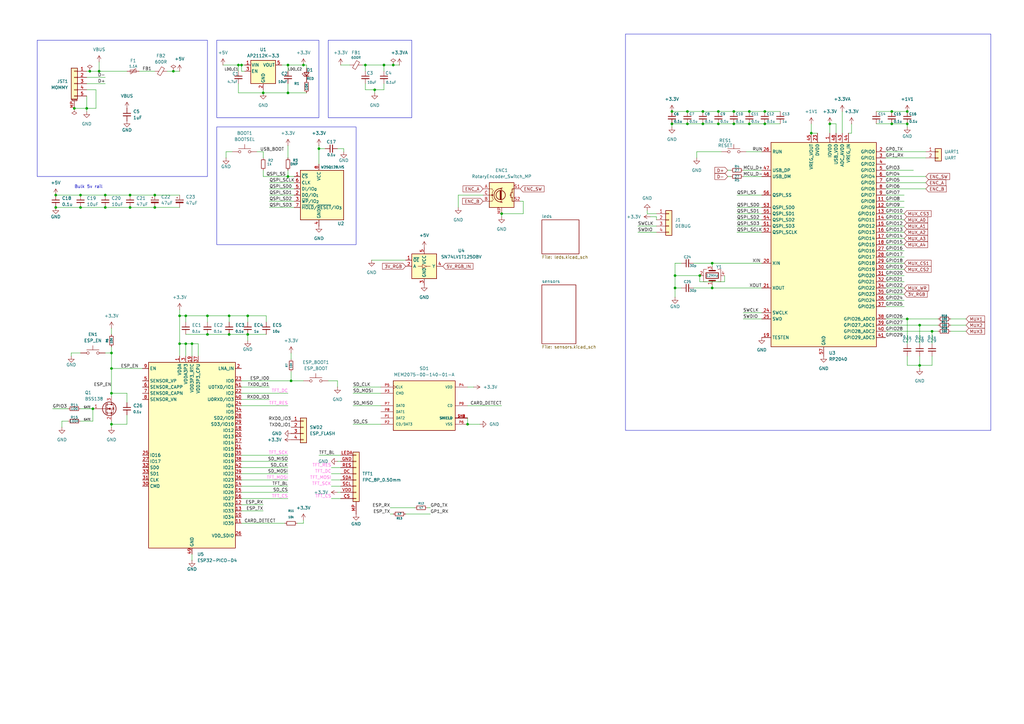
<source format=kicad_sch>
(kicad_sch (version 20250114) (generator "eeschema") (generator_version "9.0")
  (paper "A3")
  (rectangle (start 88.9 52.07) (end 146.05 100.33))
  (rectangle (start 134.62 16.51) (end 168.91 48.26))
  (rectangle (start 88.9 16.51) (end 130.81 48.26))
  (rectangle (start 15.24 16.51) (end 85.09 72.39))
  (rectangle (start 256.54 13.97) (end 406.4 176.53))
  (text "Bulk 5v rail" (at 36.322 76.708 0) (effects (font (size 1.27 1.27))))
  (junction (at 63.5 85.09))
  (junction (at 118.11 38.1))
  (junction (at 33.02 85.09))
  (junction (at 45.72 173.99))
  (junction (at 365.76 50.8))
  (junction (at 93.98 129.54))
  (junction (at 377.19 133.35))
  (junction (at 119.38 156.21))
  (junction (at 43.18 80.01))
  (junction (at 38.1 167.64))
  (junction (at 43.18 85.09))
  (junction (at 76.2 129.54))
  (junction (at 36.83 29.21))
  (junction (at 76.2 140.97))
  (junction (at 93.98 137.16))
  (junction (at 35.56 44.45))
  (junction (at 332.74 54.61))
  (junction (at 294.64 50.8))
  (junction (at 372.11 45.72))
  (junction (at 292.1 118.11))
  (junction (at 288.29 45.72))
  (junction (at 101.6 137.16))
  (junction (at 73.66 140.97))
  (junction (at 365.76 45.72))
  (junction (at 124.46 26.67))
  (junction (at 45.72 144.78))
  (junction (at 45.72 161.29))
  (junction (at 275.59 45.72))
  (junction (at 33.02 80.01))
  (junction (at 99.06 26.67))
  (junction (at 73.66 129.54))
  (junction (at 45.72 151.13))
  (junction (at 157.48 26.67))
  (junction (at 191.77 173.99))
  (junction (at 97.79 26.67))
  (junction (at 107.95 38.1))
  (junction (at 287.02 113.03))
  (junction (at 276.86 118.11))
  (junction (at 300.99 50.8))
  (junction (at 281.94 50.8))
  (junction (at 294.64 45.72))
  (junction (at 313.69 50.8))
  (junction (at 288.29 50.8))
  (junction (at 372.11 50.8))
  (junction (at 149.86 26.67))
  (junction (at 118.11 26.67))
  (junction (at 307.34 45.72))
  (junction (at 275.59 50.8))
  (junction (at 313.69 45.72))
  (junction (at 85.09 137.16))
  (junction (at 300.99 45.72))
  (junction (at 153.67 36.83))
  (junction (at 53.34 85.09))
  (junction (at 53.34 80.01))
  (junction (at 292.1 107.95))
  (junction (at 377.19 149.86))
  (junction (at 101.6 129.54))
  (junction (at 78.74 140.97))
  (junction (at 71.12 29.21))
  (junction (at 276.86 113.03))
  (junction (at 118.11 72.39))
  (junction (at 161.29 26.67))
  (junction (at 307.34 50.8))
  (junction (at 63.5 80.01))
  (junction (at 85.09 129.54))
  (junction (at 340.36 50.8))
  (junction (at 281.94 45.72))
  (junction (at 22.86 80.01))
  (junction (at 30.48 44.45))
  (junction (at 382.27 135.89))
  (junction (at 40.64 29.21))
  (junction (at 22.86 85.09))
  (junction (at 205.74 87.63))
  (junction (at 372.11 130.81))
  (junction (at 130.81 60.96))
  (wire (pts (xy 99.06 209.55) (xy 107.95 209.55)))
  (wire (pts (xy 363.22 64.77) (xy 379.73 64.77)))
  (wire (pts (xy 130.81 59.69) (xy 130.81 60.96)))
  (wire (pts (xy 302.26 92.71) (xy 312.42 92.71)))
  (wire (pts (xy 91.44 26.67) (xy 97.79 26.67)))
  (wire (pts (xy 130.81 60.96) (xy 133.35 60.96)))
  (wire (pts (xy 157.48 34.29) (xy 157.48 36.83)))
  (wire (pts (xy 118.11 34.29) (xy 118.11 38.1)))
  (wire (pts (xy 275.59 45.72) (xy 281.94 45.72)))
  (wire (pts (xy 107.95 69.85) (xy 107.95 72.39)))
  (wire (pts (xy 99.06 156.21) (xy 119.38 156.21)))
  (wire (pts (xy 109.22 129.54) (xy 109.22 132.08)))
  (wire (pts (xy 266.7 88.9) (xy 269.24 88.9)))
  (wire (pts (xy 118.11 72.39) (xy 120.65 72.39)))
  (wire (pts (xy 149.86 36.83) (xy 153.67 36.83)))
  (wire (pts (xy 52.07 161.29) (xy 52.07 165.1)))
  (wire (pts (xy 157.48 26.67) (xy 157.48 29.21)))
  (wire (pts (xy 43.18 34.29) (xy 35.56 34.29)))
  (wire (pts (xy 63.5 85.09) (xy 73.66 85.09)))
  (wire (pts (xy 76.2 140.97) (xy 78.74 140.97)))
  (wire (pts (xy 292.1 118.11) (xy 292.1 116.84)))
  (wire (pts (xy 156.21 173.99) (xy 144.78 173.99)))
  (wire (pts (xy 288.29 45.72) (xy 294.64 45.72)))
  (wire (pts (xy 298.45 72.39) (xy 299.72 72.39)))
  (wire (pts (xy 191.77 171.45) (xy 191.77 173.99)))
  (wire (pts (xy 99.06 214.63) (xy 116.84 214.63)))
  (wire (pts (xy 33.02 172.72) (xy 38.1 172.72)))
  (wire (pts (xy 118.11 69.85) (xy 118.11 72.39)))
  (wire (pts (xy 340.36 50.8) (xy 340.36 54.61)))
  (wire (pts (xy 214.63 87.63) (xy 214.63 82.55)))
  (wire (pts (xy 372.11 149.86) (xy 377.19 149.86)))
  (wire (pts (xy 349.25 54.61) (xy 347.98 54.61)))
  (wire (pts (xy 45.72 142.24) (xy 45.72 144.78)))
  (wire (pts (xy 382.27 146.05) (xy 382.27 149.86)))
  (wire (pts (xy 363.22 110.49) (xy 370.84 110.49)))
  (wire (pts (xy 363.22 102.87) (xy 370.84 102.87)))
  (wire (pts (xy 97.79 34.29) (xy 97.79 38.1)))
  (wire (pts (xy 38.1 172.72) (xy 38.1 167.64)))
  (wire (pts (xy 35.56 44.45) (xy 30.48 44.45)))
  (wire (pts (xy 45.72 173.99) (xy 45.72 175.26)))
  (wire (pts (xy 302.26 90.17) (xy 312.42 90.17)))
  (wire (pts (xy 25.4 175.26) (xy 25.4 172.72)))
  (wire (pts (xy 99.06 161.29) (xy 118.11 161.29)))
  (wire (pts (xy 187.96 85.09) (xy 187.96 80.01)))
  (wire (pts (xy 97.79 38.1) (xy 107.95 38.1)))
  (wire (pts (xy 29.21 144.78) (xy 33.02 144.78)))
  (wire (pts (xy 359.41 45.72) (xy 365.76 45.72)))
  (wire (pts (xy 363.22 72.39) (xy 379.73 72.39)))
  (wire (pts (xy 99.06 186.69) (xy 118.11 186.69)))
  (wire (pts (xy 276.86 107.95) (xy 279.4 107.95)))
  (wire (pts (xy 25.4 172.72) (xy 27.94 172.72)))
  (wire (pts (xy 115.57 26.67) (xy 118.11 26.67)))
  (wire (pts (xy 76.2 137.16) (xy 85.09 137.16)))
  (wire (pts (xy 359.41 50.8) (xy 365.76 50.8)))
  (wire (pts (xy 265.43 87.63) (xy 269.24 87.63)))
  (wire (pts (xy 281.94 50.8) (xy 288.29 50.8)))
  (wire (pts (xy 377.19 149.86) (xy 377.19 146.05)))
  (wire (pts (xy 43.18 85.09) (xy 53.34 85.09)))
  (wire (pts (xy 144.78 158.75) (xy 156.21 158.75)))
  (wire (pts (xy 85.09 129.54) (xy 93.98 129.54)))
  (wire (pts (xy 261.62 95.25) (xy 269.24 95.25)))
  (wire (pts (xy 287.02 115.57) (xy 297.18 115.57)))
  (wire (pts (xy 101.6 137.16) (xy 93.98 137.16)))
  (wire (pts (xy 110.49 74.93) (xy 120.65 74.93)))
  (wire (pts (xy 125.73 26.67) (xy 125.73 27.94)))
  (wire (pts (xy 276.86 107.95) (xy 276.86 113.03)))
  (wire (pts (xy 22.86 80.01) (xy 33.02 80.01)))
  (wire (pts (xy 363.22 125.73) (xy 370.84 125.73)))
  (wire (pts (xy 40.64 29.21) (xy 52.07 29.21)))
  (wire (pts (xy 45.72 144.78) (xy 45.72 151.13)))
  (wire (pts (xy 119.38 144.78) (xy 119.38 147.32)))
  (wire (pts (xy 139.7 26.67) (xy 143.51 26.67)))
  (wire (pts (xy 149.86 26.67) (xy 149.86 29.21)))
  (wire (pts (xy 292.1 109.22) (xy 292.1 107.95)))
  (wire (pts (xy 300.99 50.8) (xy 307.34 50.8)))
  (wire (pts (xy 302.26 95.25) (xy 312.42 95.25)))
  (wire (pts (xy 363.22 120.65) (xy 370.84 120.65)))
  (wire (pts (xy 35.56 45.72) (xy 35.56 44.45)))
  (wire (pts (xy 175.26 208.28) (xy 176.53 208.28)))
  (wire (pts (xy 284.48 107.95) (xy 292.1 107.95)))
  (wire (pts (xy 95.25 62.23) (xy 92.71 62.23)))
  (wire (pts (xy 377.19 133.35) (xy 384.81 133.35)))
  (wire (pts (xy 377.19 149.86) (xy 377.19 151.13)))
  (wire (pts (xy 76.2 140.97) (xy 73.66 140.97)))
  (wire (pts (xy 76.2 140.97) (xy 76.2 146.05)))
  (wire (pts (xy 33.02 85.09) (xy 43.18 85.09)))
  (wire (pts (xy 205.74 87.63) (xy 214.63 87.63)))
  (wire (pts (xy 78.74 140.97) (xy 81.28 140.97)))
  (wire (pts (xy 276.86 118.11) (xy 276.86 121.92)))
  (wire (pts (xy 43.18 31.75) (xy 35.56 31.75)))
  (wire (pts (xy 372.11 130.81) (xy 372.11 140.97)))
  (wire (pts (xy 302.26 87.63) (xy 312.42 87.63)))
  (wire (pts (xy 363.22 74.93) (xy 379.73 74.93)))
  (wire (pts (xy 382.27 135.89) (xy 384.81 135.89)))
  (wire (pts (xy 68.58 29.21) (xy 71.12 29.21)))
  (wire (pts (xy 153.67 38.1) (xy 153.67 36.83)))
  (wire (pts (xy 78.74 229.87) (xy 78.74 227.33)))
  (wire (pts (xy 73.66 127) (xy 73.66 129.54)))
  (wire (pts (xy 36.83 29.21) (xy 35.56 29.21)))
  (wire (pts (xy 363.22 123.19) (xy 370.84 123.19)))
  (wire (pts (xy 99.06 163.83) (xy 110.49 163.83)))
  (wire (pts (xy 52.07 170.18) (xy 52.07 173.99)))
  (wire (pts (xy 99.06 158.75) (xy 110.49 158.75)))
  (wire (pts (xy 389.89 130.81) (xy 396.24 130.81)))
  (wire (pts (xy 71.12 29.21) (xy 73.66 29.21)))
  (wire (pts (xy 124.46 213.36) (xy 124.46 214.63)))
  (wire (pts (xy 349.25 50.8) (xy 349.25 54.61)))
  (wire (pts (xy 99.06 204.47) (xy 118.11 204.47)))
  (wire (pts (xy 281.94 45.72) (xy 288.29 45.72)))
  (wire (pts (xy 85.09 132.08) (xy 85.09 129.54)))
  (wire (pts (xy 130.81 60.96) (xy 130.81 67.31)))
  (wire (pts (xy 365.76 45.72) (xy 372.11 45.72)))
  (wire (pts (xy 149.86 34.29) (xy 149.86 36.83)))
  (wire (pts (xy 275.59 50.8) (xy 275.59 52.07)))
  (wire (pts (xy 389.89 133.35) (xy 396.24 133.35)))
  (wire (pts (xy 363.22 85.09) (xy 370.84 85.09)))
  (wire (pts (xy 110.49 77.47) (xy 120.65 77.47)))
  (wire (pts (xy 110.49 85.09) (xy 120.65 85.09)))
  (wire (pts (xy 276.86 113.03) (xy 276.86 118.11)))
  (wire (pts (xy 43.18 144.78) (xy 45.72 144.78)))
  (wire (pts (xy 118.11 38.1) (xy 107.95 38.1)))
  (wire (pts (xy 118.11 59.69) (xy 118.11 64.77)))
  (wire (pts (xy 40.64 25.4) (xy 40.64 29.21)))
  (wire (pts (xy 363.22 69.85) (xy 374.65 69.85)))
  (wire (pts (xy 153.67 36.83) (xy 157.48 36.83)))
  (wire (pts (xy 45.72 172.72) (xy 45.72 173.99)))
  (wire (pts (xy 97.79 26.67) (xy 99.06 26.67)))
  (wire (pts (xy 45.72 151.13) (xy 45.72 161.29)))
  (wire (pts (xy 76.2 129.54) (xy 76.2 132.08)))
  (wire (pts (xy 294.64 45.72) (xy 300.99 45.72)))
  (wire (pts (xy 149.86 26.67) (xy 157.48 26.67)))
  (wire (pts (xy 187.96 80.01) (xy 198.12 80.01)))
  (wire (pts (xy 363.22 100.33) (xy 370.84 100.33)))
  (wire (pts (xy 363.22 130.81) (xy 372.11 130.81)))
  (wire (pts (xy 194.31 158.75) (xy 191.77 158.75)))
  (wire (pts (xy 99.06 194.31) (xy 118.11 194.31)))
  (wire (pts (xy 99.06 196.85) (xy 118.11 196.85)))
  (wire (pts (xy 99.06 166.37) (xy 118.11 166.37)))
  (wire (pts (xy 152.4 106.68) (xy 166.37 106.68)))
  (wire (pts (xy 138.43 156.21) (xy 134.62 156.21)))
  (wire (pts (xy 160.02 210.82) (xy 161.29 210.82)))
  (wire (pts (xy 93.98 129.54) (xy 101.6 129.54)))
  (wire (pts (xy 332.74 50.8) (xy 332.74 54.61)))
  (wire (pts (xy 33.02 80.01) (xy 43.18 80.01)))
  (wire (pts (xy 265.43 86.36) (xy 265.43 87.63)))
  (wire (pts (xy 363.22 107.95) (xy 370.84 107.95)))
  (wire (pts (xy 372.11 52.07) (xy 372.11 50.8)))
  (wire (pts (xy 53.34 85.09) (xy 63.5 85.09)))
  (wire (pts (xy 119.38 156.21) (xy 124.46 156.21)))
  (wire (pts (xy 76.2 129.54) (xy 85.09 129.54)))
  (wire (pts (xy 101.6 137.16) (xy 109.22 137.16)))
  (wire (pts (xy 363.22 80.01) (xy 370.84 80.01)))
  (wire (pts (xy 276.86 113.03) (xy 287.02 113.03)))
  (wire (pts (xy 119.38 152.4) (xy 119.38 156.21)))
  (wire (pts (xy 363.22 115.57) (xy 370.84 115.57)))
  (wire (pts (xy 39.37 36.83) (xy 39.37 44.45)))
  (wire (pts (xy 138.43 156.21) (xy 138.43 158.75)))
  (wire (pts (xy 161.29 26.67) (xy 163.83 26.67)))
  (wire (pts (xy 292.1 118.11) (xy 312.42 118.11)))
  (wire (pts (xy 160.02 208.28) (xy 170.18 208.28)))
  (wire (pts (xy 287.02 113.03) (xy 287.02 115.57)))
  (wire (pts (xy 144.78 161.29) (xy 156.21 161.29)))
  (wire (pts (xy 377.19 133.35) (xy 377.19 140.97)))
  (wire (pts (xy 135.89 196.85) (xy 139.7 196.85)))
  (wire (pts (xy 342.9 50.8) (xy 342.9 54.61)))
  (wire (pts (xy 73.66 129.54) (xy 76.2 129.54)))
  (wire (pts (xy 294.64 50.8) (xy 300.99 50.8)))
  (wire (pts (xy 99.06 207.01) (xy 107.95 207.01)))
  (wire (pts (xy 33.02 167.64) (xy 38.1 167.64)))
  (wire (pts (xy 372.11 50.8) (xy 365.76 50.8)))
  (wire (pts (xy 101.6 129.54) (xy 109.22 129.54)))
  (wire (pts (xy 285.75 62.23) (xy 295.91 62.23)))
  (wire (pts (xy 100.33 29.21) (xy 99.06 29.21)))
  (wire (pts (xy 288.29 50.8) (xy 294.64 50.8)))
  (wire (pts (xy 57.15 29.21) (xy 63.5 29.21)))
  (wire (pts (xy 275.59 50.8) (xy 281.94 50.8)))
  (wire (pts (xy 140.97 60.96) (xy 138.43 60.96)))
  (wire (pts (xy 298.45 69.85) (xy 299.72 69.85)))
  (wire (pts (xy 21.59 167.64) (xy 27.94 167.64)))
  (wire (pts (xy 138.43 189.23) (xy 139.7 189.23)))
  (wire (pts (xy 363.22 77.47) (xy 379.73 77.47)))
  (wire (pts (xy 372.11 130.81) (xy 384.81 130.81)))
  (wire (pts (xy 389.89 135.89) (xy 396.24 135.89)))
  (wire (pts (xy 85.09 137.16) (xy 93.98 137.16)))
  (wire (pts (xy 304.8 72.39) (xy 312.42 72.39)))
  (wire (pts (xy 372.11 146.05) (xy 372.11 149.86)))
  (wire (pts (xy 99.06 201.93) (xy 118.11 201.93)))
  (wire (pts (xy 43.18 80.01) (xy 53.34 80.01)))
  (wire (pts (xy 363.22 92.71) (xy 370.84 92.71)))
  (wire (pts (xy 363.22 82.55) (xy 370.84 82.55)))
  (wire (pts (xy 39.37 44.45) (xy 35.56 44.45)))
  (wire (pts (xy 35.56 39.37) (xy 35.56 44.45)))
  (wire (pts (xy 340.36 50.8) (xy 342.9 50.8)))
  (wire (pts (xy 63.5 80.01) (xy 73.66 80.01)))
  (wire (pts (xy 138.43 201.93) (xy 139.7 201.93)))
  (wire (pts (xy 313.69 45.72) (xy 320.04 45.72)))
  (wire (pts (xy 73.66 129.54) (xy 73.66 140.97)))
  (wire (pts (xy 269.24 88.9) (xy 269.24 90.17)))
  (wire (pts (xy 313.69 50.8) (xy 320.04 50.8)))
  (wire (pts (xy 191.77 166.37) (xy 205.74 166.37)))
  (wire (pts (xy 99.06 199.39) (xy 118.11 199.39)))
  (wire (pts (xy 101.6 129.54) (xy 101.6 132.08)))
  (wire (pts (xy 36.83 29.21) (xy 40.64 29.21)))
  (wire (pts (xy 92.71 62.23) (xy 92.71 64.77)))
  (wire (pts (xy 78.74 140.97) (xy 78.74 146.05)))
  (wire (pts (xy 124.46 26.67) (xy 125.73 26.67)))
  (wire (pts (xy 285.75 64.77) (xy 285.75 62.23)))
  (wire (pts (xy 166.37 210.82) (xy 176.53 210.82)))
  (wire (pts (xy 93.98 129.54) (xy 93.98 132.08)))
  (wire (pts (xy 363.22 90.17) (xy 370.84 90.17)))
  (wire (pts (xy 35.56 36.83) (xy 39.37 36.83)))
  (wire (pts (xy 363.22 62.23) (xy 379.73 62.23)))
  (wire (pts (xy 105.41 62.23) (xy 107.95 62.23)))
  (wire (pts (xy 135.89 191.77) (xy 139.7 191.77)))
  (wire (pts (xy 300.99 45.72) (xy 307.34 45.72)))
  (wire (pts (xy 97.79 29.21) (xy 97.79 26.67)))
  (wire (pts (xy 135.89 204.47) (xy 139.7 204.47)))
  (wire (pts (xy 261.62 92.71) (xy 269.24 92.71)))
  (wire (pts (xy 363.22 118.11) (xy 370.84 118.11)))
  (wire (pts (xy 307.34 45.72) (xy 313.69 45.72)))
  (wire (pts (xy 276.86 118.11) (xy 279.4 118.11)))
  (wire (pts (xy 304.8 69.85) (xy 312.42 69.85)))
  (wire (pts (xy 107.95 64.77) (xy 107.95 62.23)))
  (wire (pts (xy 99.06 189.23) (xy 118.11 189.23)))
  (wire (pts (xy 307.34 50.8) (xy 313.69 50.8)))
  (wire (pts (xy 345.44 45.72) (xy 345.44 54.61)))
  (wire (pts (xy 125.73 38.1) (xy 118.11 38.1)))
  (wire (pts (xy 363.22 135.89) (xy 382.27 135.89)))
  (wire (pts (xy 292.1 107.95) (xy 312.42 107.95)))
  (wire (pts (xy 135.89 194.31) (xy 139.7 194.31)))
  (wire (pts (xy 99.06 29.21) (xy 99.06 26.67)))
  (wire (pts (xy 304.8 128.27) (xy 312.42 128.27)))
  (wire (pts (xy 144.78 166.37) (xy 156.21 166.37)))
  (wire (pts (xy 118.11 26.67) (xy 124.46 26.67)))
  (wire (pts (xy 382.27 149.86) (xy 377.19 149.86)))
  (wire (pts (xy 157.48 26.67) (xy 161.29 26.67)))
  (wire (pts (xy 332.74 54.61) (xy 335.28 54.61)))
  (wire (pts (xy 196.85 173.99) (xy 191.77 173.99)))
  (wire (pts (xy 140.97 62.23) (xy 140.97 60.96)))
  (wire (pts (xy 118.11 29.21) (xy 118.11 26.67)))
  (wire (pts (xy 363.22 97.79) (xy 370.84 97.79)))
  (wire (pts (xy 363.22 113.03) (xy 370.84 113.03)))
  (wire (pts (xy 99.06 191.77) (xy 118.11 191.77)))
  (wire (pts (xy 45.72 134.62) (xy 45.72 137.16)))
  (wire (pts (xy 107.95 72.39) (xy 118.11 72.39)))
  (wire (pts (xy 22.86 85.09) (xy 33.02 85.09)))
  (wire (pts (xy 52.07 173.99) (xy 45.72 173.99)))
  (wire (pts (xy 135.89 199.39) (xy 139.7 199.39)))
  (wire (pts (xy 363.22 87.63) (xy 370.84 87.63)))
  (wire (pts (xy 302.26 85.09) (xy 312.42 85.09)))
  (wire (pts (xy 45.72 161.29) (xy 45.72 162.56)))
  (wire (pts (xy 99.06 26.67) (xy 100.33 26.67)))
  (wire (pts (xy 205.74 88.9) (xy 205.74 87.63)))
  (wire (pts (xy 306.07 62.23) (xy 312.42 62.23)))
  (wire (pts (xy 382.27 135.89) (xy 382.27 140.97)))
  (wire (pts (xy 45.72 161.29) (xy 52.07 161.29)))
  (wire (pts (xy 73.66 140.97) (xy 73.66 146.05)))
  (wire (pts (xy 363.22 133.35) (xy 377.19 133.35)))
  (wire (pts (xy 363.22 95.25) (xy 370.84 95.25)))
  (wire (pts (xy 110.49 80.01) (xy 120.65 80.01)))
  (wire (pts (xy 107.95 36.83) (xy 107.95 38.1)))
  (wire (pts (xy 302.26 80.01) (xy 312.42 80.01)))
  (wire (pts (xy 297.18 113.03) (xy 297.18 115.57)))
  (wire (pts (xy 121.92 214.63) (xy 124.46 214.63)))
  (wire (pts (xy 284.48 118.11) (xy 292.1 118.11)))
  (wire (pts (xy 53.34 80.01) (xy 63.5 80.01)))
  (wire (pts (xy 148.59 26.67) (xy 149.86 26.67)))
  (wire (pts (xy 130.81 186.69) (xy 139.7 186.69)))
  (wire (pts (xy 110.49 82.55) (xy 120.65 82.55)))
  (wire (pts (xy 45.72 151.13) (xy 58.42 151.13)))
  (wire (pts (xy 81.28 140.97) (xy 81.28 146.05)))
  (wire (pts (xy 304.8 130.81) (xy 312.42 130.81)))
  (wire (pts (xy 29.21 146.05) (xy 29.21 144.78)))
  (wire (pts (xy 214.63 82.55) (xy 213.36 82.55)))
  (wire (pts (xy 101.6 137.16) (xy 101.6 139.7)))
  (wire (pts (xy 363.22 105.41) (xy 370.84 105.41)))
  (label "RXD0_IO3" (at 119.38 172.72 180))
  (label "GPIO23" (at 363.22 120.65 0))
  (label "USB_BOOT" (at 106.68 62.23 0))
  (label "GPIO19" (at 363.22 110.49 0))
  (label "RXD0_IO3" (at 110.49 163.83 180))
  (label "FB1" (at 58.42 29.21 0))
  (label "QSPI_SS" (at 109.22 72.39 0))
  (label "ESP_RX" (at 107.95 207.01 180))
  (label "ESP_TX" (at 107.95 209.55 180))
  (label "GP0_TX" (at 363.22 62.23 0))
  (label "GPIO3" (at 21.59 167.64 0))
  (label "GATE" (at 34.29 172.72 0) (effects (font (size 0.8 0.8))))
  (label "SD_MOSI" (at 144.78 161.29 0))
  (label "GPIO6" (at 363.22 77.47 0))
  (label "SD_MISO" (at 118.11 189.23 180))
  (label "TXD0_IO1" (at 119.38 175.26 180))
  (label "TFT_BL" (at 130.81 186.69 0))
  (label "LDO_C2" (at 118.11 29.21 0) (effects (font (size 1 1))))
  (label "QSPI_SD2" (at 302.26 90.17 0))
  (label "TFT_DC" (at 135.89 194.31 180))
  (label "QSPI_SCLK" (at 110.49 74.93 0))
  (label "GPIO24" (at 363.22 123.19 0))
  (label "ESP_TX" (at 160.02 210.82 180))
  (label "GPIO22" (at 363.22 118.11 0))
  (label "QSPI_SD3" (at 302.26 92.71 0))
  (label "LDO_C1" (at 97.79 29.21 180) (effects (font (size 1 1))))
  (label "GPIO16" (at 363.22 102.87 0))
  (label "SWDIO" (at 261.62 95.25 0))
  (label "SWCLK" (at 261.62 92.71 0))
  (label "TFT_MOSI" (at 135.89 196.85 180))
  (label "QSPI_SD1" (at 302.26 87.63 0))
  (label "TFT_DC" (at 118.11 161.29 180))
  (label "GPIO26" (at 363.22 130.81 0))
  (label "ESP_IO0" (at 110.49 156.21 180))
  (label "GPIO10" (at 363.22 87.63 0))
  (label "GPIO28" (at 363.22 135.89 0))
  (label "GPIO5" (at 363.22 74.93 0))
  (label "TFT_CS" (at 135.89 204.47 180))
  (label "SWDIO" (at 304.8 130.81 0))
  (label "QSPI_SD1" (at 110.49 80.01 0))
  (label "D-" (at 43.18 31.75 180))
  (label "GATE" (at 34.29 167.64 0) (effects (font (size 0.8 0.8))))
  (label "QSPI_SD0" (at 110.49 77.47 0))
  (label "ESP_EN" (at 45.72 158.75 180))
  (label "QSPI_SS" (at 302.26 80.01 0))
  (label "SD_CS" (at 118.11 201.93 180))
  (label "QSPI_SD3" (at 110.49 85.09 0))
  (label "CARD_DETECT" (at 113.03 214.63 180))
  (label "TFT_RES" (at 135.89 191.77 180))
  (label "TFT_SCK" (at 118.11 186.69 180))
  (label "GPIO18" (at 363.22 107.95 0))
  (label "TFT_BL" (at 118.11 199.39 180))
  (label "GP1_RX" (at 363.22 64.77 0))
  (label "SD_CS" (at 144.78 173.99 0))
  (label "RUN" (at 308.61 62.23 0))
  (label "SWCLK" (at 304.8 128.27 0))
  (label "GPIO3" (at 363.22 69.85 0))
  (label "GPIO8" (at 363.22 82.55 0))
  (label "GPIO29" (at 363.22 138.43 0))
  (label "QSPI_SCLK" (at 302.26 95.25 0))
  (label "SD_MISO" (at 144.78 166.37 0))
  (label "QSPI_SD2" (at 110.49 82.55 0))
  (label "SD_CLK" (at 144.78 158.75 0))
  (label "ESP_EN" (at 49.53 151.13 0))
  (label "GPIO4" (at 363.22 72.39 0))
  (label "GPIO27" (at 363.22 133.35 0))
  (label "GPIO12" (at 363.22 92.71 0))
  (label "GPIO17" (at 363.22 105.41 0))
  (label "GP1_RX" (at 176.53 210.82 0))
  (label "GPIO11" (at 363.22 90.17 0))
  (label "GPIO9" (at 363.22 85.09 0))
  (label "QSPI_SD0" (at 302.26 85.09 0))
  (label "TXD0_IO1" (at 110.49 158.75 180))
  (label "GPIO7" (at 363.22 80.01 0))
  (label "XOUT" (at 307.34 118.11 0))
  (label "TFT_RES" (at 118.11 166.37 180))
  (label "GPIO14" (at 363.22 97.79 0))
  (label "SD_CLK" (at 118.11 191.77 180))
  (label "ESP_RX" (at 160.02 208.28 180))
  (label "GP0_TX" (at 176.53 208.28 0))
  (label "D+" (at 43.18 34.29 180))
  (label "TFT_MOSI" (at 118.11 196.85 180))
  (label "GPIO20" (at 363.22 113.03 0))
  (label "MCU_D-" (at 304.8 72.39 0))
  (label "TFT_CS" (at 118.11 204.47 180))
  (label "GPIO25" (at 363.22 125.73 0))
  (label "GPIO13" (at 363.22 95.25 0))
  (label "TFT_SCK" (at 135.89 199.39 180))
  (label "MCU_D+" (at 304.8 69.85 0))
  (label "GPIO21" (at 363.22 115.57 0))
  (label "CARD_DETECT" (at 205.74 166.37 180))
  (label "GPIO15" (at 363.22 100.33 0))
  (label "XIN" (at 308.61 107.95 0))
  (label "SD_MOSI" (at 118.11 194.31 180))
  (global_label "MUX_A2" (shape input) (at 370.84 95.25 0) (property "Intersheetrefs" "${INTERSHEET_REFS}" (effects (hide yes))))
  (global_label "MUX3" (shape input) (at 396.24 135.89 0) (property "Intersheetrefs" "${INTERSHEET_REFS}" (effects (hide yes))))
  (global_label "3V_RGB" (shape input) (at 370.84 120.65 0) (property "Intersheetrefs" "${INTERSHEET_REFS}" (effects (hide yes))))
  (global_label "MUX_A3" (shape input) (at 370.84 97.79 0) (property "Intersheetrefs" "${INTERSHEET_REFS}" (effects (hide yes))))
  (global_label "MUX_WR" (shape input) (at 370.84 118.11 0) (property "Intersheetrefs" "${INTERSHEET_REFS}" (effects (hide yes))))
  (global_label "ENC_B" (shape input) (at 379.73 77.47 0) (property "Intersheetrefs" "${INTERSHEET_REFS}" (effects (hide yes))))
  (global_label "MUX_A4" (shape input) (at 370.84 100.33 0) (property "Intersheetrefs" "${INTERSHEET_REFS}" (effects (hide yes))))
  (global_label "MUX_A0" (shape input) (at 370.84 90.17 0) (property "Intersheetrefs" "${INTERSHEET_REFS}" (effects (hide yes))))
  (global_label "D-" (shape input) (at 298.45 72.39 180) (property "Intersheetrefs" "${INTERSHEET_REFS}" (effects (hide yes))))
  (global_label "MUX1" (shape input) (at 396.24 130.81 0) (property "Intersheetrefs" "${INTERSHEET_REFS}" (effects (hide yes))))
  (global_label "ENC_SW" (shape input) (at 213.36 77.47 0) (property "Intersheetrefs" "${INTERSHEET_REFS}" (effects (hide yes))))
  (global_label "MUX_CS2" (shape input) (at 370.84 110.49 0) (property "Intersheetrefs" "${INTERSHEET_REFS}" (effects (hide yes))))
  (global_label "D+" (shape input) (at 298.45 69.85 180) (property "Intersheetrefs" "${INTERSHEET_REFS}" (effects (hide yes))))
  (global_label "MUX_CS1" (shape input) (at 370.84 107.95 0) (property "Intersheetrefs" "${INTERSHEET_REFS}" (effects (hide yes))))
  (global_label "ENC_A" (shape input) (at 198.12 77.47 180) (property "Intersheetrefs" "${INTERSHEET_REFS}" (effects (hide yes))))
  (global_label "MUX_A1" (shape input) (at 370.84 92.71 0) (property "Intersheetrefs" "${INTERSHEET_REFS}" (effects (hide yes))))
  (global_label "MUX_CS3" (shape input) (at 370.84 87.63 0) (property "Intersheetrefs" "${INTERSHEET_REFS}" (effects (hide yes))))
  (global_label "MUX2" (shape input) (at 396.24 133.35 0) (property "Intersheetrefs" "${INTERSHEET_REFS}" (effects (hide yes))))
  (global_label "5V_RGB_IN" (shape input) (at 181.61 109.22 0) (property "Intersheetrefs" "${INTERSHEET_REFS}" (effects (hide yes))))
  (global_label "ENC_A" (shape input) (at 379.73 74.93 0) (property "Intersheetrefs" "${INTERSHEET_REFS}" (effects (hide yes))))
  (global_label "ENC_B" (shape input) (at 198.12 82.55 180) (property "Intersheetrefs" "${INTERSHEET_REFS}" (effects (hide yes))))
  (global_label "ENC_SW" (shape input) (at 379.73 72.39 0) (property "Intersheetrefs" "${INTERSHEET_REFS}" (effects (hide yes))))
  (global_label "3V_RGB" (shape input) (at 166.37 109.22 180) (property "Intersheetrefs" "${INTERSHEET_REFS}" (effects (hide yes))))
  (symbol (lib_id "Device:C_Small") (at 359.41 48.26 0) (unit 1)
    (property "Reference" "C14" (at 360.172 46.736 0) (effects (font (size 1 1)) (justify left)))
    (property "Value" "1u" (at 360.172 49.784 0) (effects (font (size 1 1)) (justify left)))
    (property "Footprint" "Capacitor_SMD:C_0402_1005Metric_Pad0.74x0.62mm_HandSolder" (effects (hide yes)))
    (property "Description" "Unpolarized capacitor, small symbol" (effects (hide yes)))
  )
  (symbol (lib_id "power:+3V3") (at 119.38 144.78 0) (unit 1)
    (property "Reference" "#PWR0425" (effects (hide yes)))
    (property "Value" "+3.3V" (at 119.38 139.7 0))
    (property "Description" "Power symbol creates a global label with name \"+3V3\"" (effects (hide yes)))
  )
  (symbol (lib_id "Mars_Library:C_0603") (at 76.2 134.62 0) (unit 1)
    (property "Reference" "EC1" (at 78.74 133.3562 0) (effects (justify left)))
    (property "Value" "0.1u" (at 78.74 135.8963 0) (effects (font (size 1 1)) (justify left)))
    (property "Footprint" "Mars_Library:C_0402" (effects (hide yes)))
    (property "Description" "Unpolarized capacitor, small symbol" (effects (hide yes)))
  )
  (symbol (lib_id "power:GND") (at 29.21 146.05 0) (unit 1)
    (property "Reference" "#PWR0426" (effects (hide yes)))
    (property "Value" "GND" (at 29.21 149.606 0))
    (property "Description" "Power symbol creates a global label with name \"GND\" , ground" (effects (hide yes)))
  )
  (symbol (lib_id "Device:C_Small") (at 300.99 48.26 0) (unit 1)
    (property "Reference" "C10" (at 301.752 46.736 0) (effects (font (size 1 1)) (justify left)))
    (property "Value" "0.1u" (at 301.752 49.784 0) (effects (font (size 1 1)) (justify left)))
    (property "Footprint" "Capacitor_SMD:C_0402_1005Metric_Pad0.74x0.62mm_HandSolder" (effects (hide yes)))
    (property "Description" "Unpolarized capacitor, small symbol" (effects (hide yes)))
  )
  (symbol (lib_id "Mars_Library:C_0603") (at 109.22 134.62 0) (unit 1)
    (property "Reference" "EC5" (at 111.76 133.3562 0) (effects (justify left)))
    (property "Value" "10u" (at 111.76 135.8963 0) (effects (font (size 1 1)) (justify left)))
    (property "Footprint" "Mars_Library:C_0402" (effects (hide yes)))
    (property "Description" "Unpolarized capacitor, small symbol" (effects (hide yes)))
  )
  (symbol (lib_id "power:GND") (at 22.86 85.09 0) (unit 1)
    (property "Reference" "#PWR0379" (effects (hide yes)))
    (property "Value" "GND" (at 22.86 88.9 0))
    (property "Description" "Power symbol creates a global label with name \"GND\" , ground" (effects (hide yes)))
  )
  (symbol (lib_id "Transistor_FET:BSS138") (at 43.18 167.64 0) (unit 1)
    (property "Reference" "Q1" (at 34.798 161.036 0) (effects (justify left)))
    (property "Value" "BSS138" (at 34.798 163.576 0) (effects (justify left)))
    (property "Footprint" "Package_TO_SOT_SMD:SOT-23" (effects (hide yes)))
    (property "Datasheet" "https://www.onsemi.com/pub/Collateral/BSS138-D.PDF" (effects (hide yes)))
    (property "Description" "50V Vds, 0.22A Id, N-Channel MOSFET, SOT-23" (effects (hide yes)))
  )
  (symbol (lib_id "Device:C_Small") (at 43.18 82.55 0) (unit 1)
    (property "Reference" "C20" (at 45.72 81.2862 0) (effects (justify left)))
    (property "Value" "10uF" (at 45.72 83.8262 0) (effects (justify left)))
    (property "Footprint" "Capacitor_SMD:C_1206_3216Metric" (effects (hide yes)))
    (property "Description" "Unpolarized capacitor, small symbol" (effects (hide yes)))
  )
  (symbol (lib_id "power:GND") (at 312.42 138.43 0) (unit 1)
    (property "Reference" "#PWR0397" (effects (hide yes)))
    (property "Value" "GND" (at 312.42 143.51 0))
    (property "Description" "Power symbol creates a global label with name \"GND\" , ground" (effects (hide yes)))
  )
  (symbol (lib_id "power:GND") (at 276.86 121.92 0) (unit 1)
    (property "Reference" "#PWR0394" (effects (hide yes)))
    (property "Value" "GND" (at 276.86 125.73 0))
    (property "Description" "Power symbol creates a global label with name \"GND\" , ground" (effects (hide yes)))
  )
  (symbol (lib_id "power:+3.3V") (at 349.25 50.8 0) (unit 1)
    (property "Reference" "#PWR021" (effects (hide yes)))
    (property "Value" "+3.3V" (at 349.25 45.72 0))
    (property "Description" "Power symbol creates a global label with name \"+3.3V\"" (effects (hide yes)))
  )
  (symbol (lib_id "power:GND") (at 196.85 173.99 90) (unit 1)
    (property "Reference" "#PWR0435" (effects (hide yes)))
    (property "Value" "GND" (at 200.66 173.9899 90) (effects (justify right)))
    (property "Description" "Power symbol creates a global label with name \"GND\" , ground" (effects (hide yes)))
  )
  (symbol (lib_id "power:+3.3V") (at 124.46 26.67 0) (unit 1)
    (property "Reference" "#PWR05" (effects (hide yes)))
    (property "Value" "+3.3V" (at 124.46 21.59 0))
    (property "Description" "Power symbol creates a global label with name \"+3.3V\"" (effects (hide yes)))
  )
  (symbol (lib_id "power:GND") (at 377.19 151.13 0) (unit 1)
    (property "Reference" "#PWR0448" (effects (hide yes)))
    (property "Value" "GND" (at 377.19 156.21 0))
    (property "Description" "Power symbol creates a global label with name \"GND\" , ground" (effects (hide yes)))
  )
  (symbol (lib_id "power:GND") (at 92.71 64.77 0) (unit 1)
    (property "Reference" "#PWR027" (effects (hide yes)))
    (property "Value" "GND" (at 92.71 68.326 0))
    (property "Description" "Power symbol creates a global label with name \"GND\" , ground" (effects (hide yes)))
  )
  (symbol (lib_id "power:+3.3V") (at 275.59 45.72 0) (unit 1)
    (property "Reference" "#PWR015" (effects (hide yes)))
    (property "Value" "+3.3V" (at 275.59 40.64 0))
    (property "Description" "Power symbol creates a global label with name \"+3.3V\"" (effects (hide yes)))
  )
  (symbol (lib_id "Device:C_Small") (at 53.34 82.55 0) (unit 1)
    (property "Reference" "C21" (at 55.88 81.2862 0) (effects (justify left)))
    (property "Value" "47uF" (at 55.88 83.8262 0) (effects (justify left)))
    (property "Footprint" "Capacitor_SMD:C_1206_3216Metric" (effects (hide yes)))
    (property "Description" "Unpolarized capacitor, small symbol" (effects (hide yes)))
  )
  (symbol (lib_id "Device:RotaryEncoder_Switch_MP") (at 205.74 80.01 0) (unit 1)
    (property "Reference" "ENC1" (at 205.74 69.85 0))
    (property "Value" "RotaryEncoder_Switch_MP" (at 205.74 72.39 0))
    (property "Footprint" "PCM_4ms_Encoder:RotaryEncoder_Alps_EC11E_Vertical_H20mm_CircularMountingHoles" (effects (hide yes)))
    (property "Description" "Rotary encoder, dual channel, incremental quadrate outputs, with switch and MP Pin" (effects (hide yes)))
  )
  (symbol (lib_id "MCU_Espressif:ESP32-PICO-D4") (at 78.74 186.69 0) (unit 1)
    (property "Reference" "U5" (at 80.8833 227.33 0) (effects (justify left)))
    (property "Value" "ESP32-PICO-D4" (at 80.8833 229.87 0) (effects (justify left)))
    (property "Footprint" "Package_DFN_QFN:QFN-48-1EP_7x7mm_P0.5mm_EP5.3x5.3mm" (effects (hide yes)))
    (property "Datasheet" "https://www.espressif.com/sites/default/files/documentation/esp32-pico_series_datasheet_en.pdf" (effects (hide yes)))
    (property "Description" "RF Module, ESP32 SoC, 4MB In-Package flash, Wi-Fi 802.11b/g/n, Bluetooth, BLE, 32-bit, 3.0-3.6V, external antenna, QFN-48" (effects (hide yes)))
  )
  (symbol (lib_id "power:GND") (at 372.11 52.07 0) (unit 1)
    (property "Reference" "#PWR023" (effects (hide yes)))
    (property "Value" "GND" (at 372.11 55.88 0))
    (property "Description" "Power symbol creates a global label with name \"GND\" , ground" (effects (hide yes)))
  )
  (symbol (lib_id "PCM_4ms_Connector:Conn_01x04") (at 274.32 90.17 0) (unit 1)
    (property "Reference" "J1" (at 276.86 90.1699 0) (effects (justify left)))
    (property "Value" "DEBUG" (at 276.86 92.7099 0) (effects (justify left)))
    (property "Footprint" "Mars_Library:DebugPinHeader_1x04_P2.54mm" (effects (hide yes)))
    (property "Description" "HEADER 1x4 MALE PINS 0.100” 180deg" (effects (hide yes)))
    (property "Specifications" "HEADER 1x4 MALE PINS 0.100” 180deg" (effects (hide yes)))
    (property "Manufacturer" "TAD" (effects (hide yes)))
    (property "Part Number" "1-0401FBV0T" (effects (hide yes)))
  )
  (symbol (lib_id "Device:FerriteBead_Small") (at 146.05 26.67 90) (unit 1)
    (property "Reference" "FB1" (at 146.05 21.59 90))
    (property "Value" "600R" (at 146.05 23.622 90) (effects (font (size 1 1))))
    (property "Footprint" "PCM_Ferrite_SMD_Handsoldering_AKL:Ferrite_0805_2012Metric_Pad1.05x1.20mm_BigPads" (effects (hide yes)))
    (property "Description" "Ferrite bead, small symbol" (effects (hide yes)))
  )
  (symbol (lib_id "Logic_LevelTranslator:SN74LV1T125DBV") (at 173.99 109.22 0) (unit 1)
    (property "Reference" "U4" (at 189.23 102.7998 0))
    (property "Value" "SN74LV1T125DBV" (at 189.23 105.3398 0))
    (property "Footprint" "Package_TO_SOT_SMD:SOT-23-5" (effects (hide yes)))
    (property "Datasheet" "https://www.ti.com/lit/ds/symlink/sn74lv1t125.pdf" (effects (hide yes)))
    (property "Description" "Single Power Supply, Single Buffer Gate with 3-State Output, CMOS Logic Level Shifter Level Shifter, SOT-23-5" (effects (hide yes)))
  )
  (symbol (lib_id "power:VBUS") (at 40.64 25.4 0) (unit 1)
    (property "Reference" "#PWR02" (effects (hide yes)))
    (property "Value" "VBUS" (at 40.64 20.32 0))
    (property "Description" "Power symbol creates a global label with name \"VBUS\"" (effects (hide yes)))
  )
  (symbol (lib_id "Device:C_Small") (at 22.86 82.55 0) (unit 1)
    (property "Reference" "C18" (at 25.4 81.2862 0) (effects (justify left)))
    (property "Value" "0.1u" (at 25.4 83.8262 0) (effects (justify left)))
    (property "Footprint" "Capacitor_SMD:C_1206_3216Metric" (effects (hide yes)))
    (property "Description" "Unpolarized capacitor, small symbol" (effects (hide yes)))
  )
  (symbol (lib_id "power:GND") (at 153.67 38.1 0) (unit 1)
    (property "Reference" "#PWR010" (effects (hide yes)))
    (property "Value" "GND" (at 153.67 43.18 0))
    (property "Description" "Power symbol creates a global label with name \"GND\" , ground" (effects (hide yes)))
  )
  (symbol (lib_id "Mars_Library:R_0603") (at 119.38 214.63 90) (unit 1)
    (property "Reference" "R11" (at 119.38 209.55 90) (effects (font (size 0.8 0.8))))
    (property "Value" "10k" (at 119.38 212.09 90) (effects (font (size 0.8 0.8))))
    (property "Footprint" "Mars_Library:R_0603" (effects (hide yes)))
    (property "Description" "Resistor, small symbol" (effects (hide yes)))
  )
  (symbol (lib_id "Mars_Library:C_0603") (at 93.98 134.62 0) (unit 1)
    (property "Reference" "EC3" (at 96.52 133.3562 0) (effects (justify left)))
    (property "Value" "0.1u" (at 96.52 135.8963 0) (effects (font (size 1 1)) (justify left)))
    (property "Footprint" "Mars_Library:C_0402" (effects (hide yes)))
    (property "Description" "Unpolarized capacitor, small symbol" (effects (hide yes)))
  )
  (symbol (lib_id "Mars_Library:C_0402") (at 377.19 143.51 0) (unit 1)
    (property "Reference" "C28" (at 375.158 139.7 0) (effects (justify left)))
    (property "Value" "0.1u" (at 375.412 138.176 0) (effects (font (size 1 1)) (justify left)))
    (property "Footprint" "Mars_Library:C_0402" (effects (hide yes)))
    (property "Description" "Unpolarized capacitor, small symbol" (effects (hide yes)))
  )
  (symbol (lib_id "Device:C_Small") (at 97.79 31.75 0) (unit 1)
    (property "Reference" "C1" (at 95.25 30.226 0) (effects (justify left)))
    (property "Value" "4.7uF" (at 93.218 33.528 0) (effects (font (size 1 1)) (justify left)))
    (property "Footprint" "Capacitor_SMD:C_0805_2012Metric" (effects (hide yes)))
    (property "Description" "Unpolarized capacitor, small symbol" (effects (hide yes)))
  )
  (symbol (lib_id "Device:C_Small") (at 281.94 107.95 90) (unit 1)
    (property "Reference" "C24" (at 281.94 105.41 90) (effects (font (size 1 1))))
    (property "Value" "30p" (at 284.226 108.966 90) (effects (font (size 1 1))))
    (property "Footprint" "Capacitor_SMD:C_0603_1608Metric" (effects (hide yes)))
    (property "Description" "Unpolarized capacitor, small symbol" (effects (hide yes)))
  )
  (symbol (lib_id "power:GND") (at 138.43 189.23 270) (unit 1)
    (property "Reference" "#PWR0429" (effects (hide yes)))
    (property "Value" "GND" (at 132.588 189.23 90))
    (property "Description" "Power symbol creates a global label with name \"GND\" , ground" (effects (hide yes)))
  )
  (symbol (lib_id "power:+3V3") (at 45.72 134.62 0) (unit 1)
    (property "Reference" "#PWR0396" (effects (hide yes)))
    (property "Value" "+3.3V" (at 45.72 129.54 0))
    (property "Description" "Power symbol creates a global label with name \"+3V3\"" (effects (hide yes)))
  )
  (symbol (lib_id "Mars_Library:R_0603") (at 172.72 208.28 90) (unit 1)
    (property "Reference" "R12" (at 172.72 206.502 90) (effects (font (size 0.8 0.8))))
    (property "Value" "47" (at 172.72 208.28 90) (effects (font (size 0.8 0.8))))
    (property "Footprint" "Mars_Library:R_0603" (effects (hide yes)))
    (property "Description" "Resistor, small symbol" (effects (hide yes)))
  )
  (symbol (lib_id "Device:C_Small") (at 372.11 48.26 0) (unit 1)
    (property "Reference" "C16" (at 372.872 46.736 0) (effects (font (size 1 1)) (justify left)))
    (property "Value" "0.1u" (at 372.872 49.784 0) (effects (font (size 1 1)) (justify left)))
    (property "Footprint" "Capacitor_SMD:C_0402_1005Metric_Pad0.74x0.62mm_HandSolder" (effects (hide yes)))
    (property "Description" "Unpolarized capacitor, small symbol" (effects (hide yes)))
  )
  (symbol (lib_id "power:+3V3") (at 194.31 158.75 270) (unit 1)
    (property "Reference" "#PWR0434" (effects (hide yes)))
    (property "Value" "+3.3V" (at 198.12 158.7499 90) (effects (justify left)))
    (property "Description" "Power symbol creates a global label with name \"+3V3\"" (effects (hide yes)))
  )
  (symbol (lib_id "Regulator_Linear:AP2112K-3.3") (at 107.95 29.21 0) (unit 1)
    (property "Reference" "U1" (at 107.95 20.32 0))
    (property "Value" "AP2112K-3.3" (at 107.95 22.86 0))
    (property "Footprint" "Package_TO_SOT_SMD:SOT-23-5" (effects (hide yes)))
    (property "Datasheet" "https://www.diodes.com/assets/Datasheets/AP2112.pdf" (effects (hide yes)))
    (property "Description" "600mA low dropout linear regulator, with enable pin, 3.8V-6V input voltage range, 3.3V fixed positive output, SOT-23-5" (effects (hide yes)))
  )
  (symbol (lib_id "Device:R_Small") (at 302.26 69.85 90) (unit 1)
    (property "Reference" "R4" (at 302.26 68.326 90) (effects (font (size 1.016 1.016))))
    (property "Value" "27" (at 302.26 69.85 90) (effects (font (size 1 1))))
    (property "Footprint" "Resistor_SMD:R_0603_1608Metric" (effects (hide yes)))
    (property "Description" "Resistor, small symbol" (effects (hide yes)))
  )
  (symbol (lib_id "Mars_Library:C_0603") (at 52.07 167.64 0) (unit 1)
    (property "Reference" "C26" (at 54.61 166.3762 0) (effects (justify left)))
    (property "Value" "0.1u" (at 54.61 168.9163 0) (effects (font (size 1 1)) (justify left)))
    (property "Footprint" "Mars_Library:R_0603" (effects (hide yes)))
    (property "Description" "Unpolarized capacitor, small symbol" (effects (hide yes)))
  )
  (symbol (lib_id "Device:LED_Small") (at 125.73 30.48 90) (unit 1)
    (property "Reference" "D1" (at 125.73 28.702 90) (effects (justify right)))
    (property "Value" "RED" (at 125.73 32.258 90) (effects (font (size 1 1)) (justify right)))
    (property "Footprint" "LED_SMD:LED_0603_1608Metric" (effects (hide yes)))
    (property "Description" "Light emitting diode, small symbol" (effects (hide yes)))
    (property "Sim.Pin" "1=K 2=A" (effects (hide yes)))
  )
  (symbol (lib_id "power:GND") (at 35.56 45.72 0) (mirror y) (unit 1)
    (property "Reference" "#PWR014" (effects (hide yes)))
    (property "Value" "GND" (at 35.56 50.8 0))
    (property "Description" "Power symbol creates a global label with name \"GND\" , ground" (effects (hide yes)))
  )
  (symbol (lib_id "Device:R_Small") (at 302.26 72.39 270) (unit 1)
    (property "Reference" "R5" (at 302.26 73.914 90) (effects (font (size 1.016 1.016))))
    (property "Value" "27" (at 302.26 72.39 90) (effects (font (size 1 1))))
    (property "Footprint" "Resistor_SMD:R_0603_1608Metric" (effects (hide yes)))
    (property "Description" "Resistor, small symbol" (effects (hide yes)))
  )
  (symbol (lib_id "Device:R_Small") (at 30.48 172.72 90) (unit 1)
    (property "Reference" "R15" (at 30.48 171.196 90) (effects (font (size 1.016 1.016))))
    (property "Value" "100K" (at 30.48 172.72 90) (effects (font (size 1 1))))
    (property "Footprint" "Resistor_SMD:R_0603_1608Metric" (effects (hide yes)))
    (property "Description" "Resistor, small symbol" (effects (hide yes)))
  )
  (symbol (lib_id "power:+3.3V") (at 118.11 59.69 0) (unit 1)
    (property "Reference" "#PWR024" (effects (hide yes)))
    (property "Value" "+3.3V" (at 118.11 54.61 0))
    (property "Description" "Power symbol creates a global label with name \"+3.3V\"" (effects (hide yes)))
  )
  (symbol (lib_id "power:+3.3VA") (at 345.44 45.72 0) (unit 1)
    (property "Reference" "#PWR016" (effects (hide yes)))
    (property "Value" "+3.3VA" (at 345.44 40.64 0))
    (property "Description" "Power symbol creates a global label with name \"+3.3VA\"" (effects (hide yes)))
  )
  (symbol (lib_id "Device:C_Small") (at 365.76 48.26 0) (unit 1)
    (property "Reference" "C15" (at 366.522 46.736 0) (effects (font (size 1 1)) (justify left)))
    (property "Value" "0.1u" (at 366.522 49.784 0) (effects (font (size 1 1)) (justify left)))
    (property "Footprint" "Capacitor_SMD:C_0402_1005Metric_Pad0.74x0.62mm_HandSolder" (effects (hide yes)))
    (property "Description" "Unpolarized capacitor, small symbol" (effects (hide yes)))
  )
  (symbol (lib_id "PCM_4ms_Power-symbol:+3.3V") (at 138.43 201.93 90) (unit 1)
    (property "Reference" "#PWR0430" (effects (hide yes)))
    (property "Value" "+3.3V" (at 134.62 201.9299 90) (effects (justify left)))
  )
  (symbol (lib_id "power:GND") (at 187.96 85.09 0) (unit 1)
    (property "Reference" "#PWR0380" (effects (hide yes)))
    (property "Value" "GND" (at 187.96 90.17 0))
    (property "Description" "Power symbol creates a global label with name \"GND\" , ground" (effects (hide yes)))
  )
  (symbol (lib_id "power:GND") (at 119.38 177.8 270) (unit 1)
    (property "Reference" "#PWR0432" (effects (hide yes)))
    (property "Value" "GND" (at 113.538 177.8 90))
    (property "Description" "Power symbol creates a global label with name \"GND\" , ground" (effects (hide yes)))
  )
  (symbol (lib_id "Device:C_Small") (at 52.07 46.99 0) (unit 1)
    (property "Reference" "C5" (at 54.61 45.7262 0) (effects (justify left)))
    (property "Value" "1uF" (at 54.61 48.2662 0) (effects (justify left)))
    (property "Footprint" "Capacitor_SMD:C_0805_2012Metric_Pad1.18x1.45mm_HandSolder" (effects (hide yes)))
    (property "Description" "Unpolarized capacitor, small symbol" (effects (hide yes)))
  )
  (symbol (lib_id "Device:C_Small") (at 320.04 48.26 0) (unit 1)
    (property "Reference" "C13" (at 320.802 46.736 0) (effects (font (size 1 1)) (justify left)))
    (property "Value" "1u" (at 320.802 49.784 0) (effects (font (size 1 1)) (justify left)))
    (property "Footprint" "Capacitor_SMD:C_0402_1005Metric_Pad0.74x0.62mm_HandSolder" (effects (hide yes)))
    (property "Description" "Unpolarized capacitor, small symbol" (effects (hide yes)))
  )
  (symbol (lib_id "MEM2075-00-140-01-A:MEM2075-00-140-01-A") (at 173.99 166.37 0) (unit 1)
    (property "Reference" "SD1" (at 173.99 151.13 0))
    (property "Value" "MEM2075-00-140-01-A" (at 173.99 153.67 0))
    (property "Footprint" "MEM2075-00-140-01-A:GCT_MEM2075-00-140-01-A" (effects (hide yes)))
    (property "MF" "Global Connector Technology" (effects (hide yes)))
    (property "Description_1" "9 (8 + 1) Position Card Connector microSD Surface Mount, Right Angle Gold" (effects (hide yes)))
    (property "Package" "None" (effects (hide yes)))
    (property "Price" "None" (effects (hide yes)))
    (property "Check_prices" "https://www.snapeda.com/parts/MEM2075-00-140-01-A/Global+Connector+Technology/view-part/?ref=eda" (effects (hide yes)))
    (property "STANDARD" "Manufacturer recommendations" (effects (hide yes)))
    (property "PARTREV" "A" (effects (hide yes)))
    (property "SnapEDA_Link" "https://www.snapeda.com/parts/MEM2075-00-140-01-A/Global+Connector+Technology/view-part/?ref=snap" (effects (hide yes)))
    (property "MP" "MEM2075-00-140-01-A" (effects (hide yes)))
    (property "Availability" "In Stock" (effects (hide yes)))
    (property "MANUFACTURER" "GCT" (effects (hide yes)))
  )
  (symbol (lib_id "power:GND") (at 52.07 49.53 0) (unit 1)
    (property "Reference" "#PWR018" (effects (hide yes)))
    (property "Value" "GND" (at 52.07 53.34 0))
    (property "Description" "Power symbol creates a global label with name \"GND\" , ground" (effects (hide yes)))
  )
  (symbol (lib_id "Mars_Library:C_0402") (at 382.27 143.51 0) (unit 1)
    (property "Reference" "C29" (at 380.238 139.7 0) (effects (justify left)))
    (property "Value" "0.1u" (at 380.492 138.176 0) (effects (font (size 1 1)) (justify left)))
    (property "Footprint" "Mars_Library:C_0402" (effects (hide yes)))
    (property "Description" "Unpolarized capacitor, small symbol" (effects (hide yes)))
  )
  (symbol (lib_id "Device:C_Small") (at 118.11 31.75 0) (unit 1)
    (property "Reference" "C2" (at 115.316 30.226 0) (effects (justify left)))
    (property "Value" "10uF" (at 114.046 33.528 0) (effects (font (size 1 1)) (justify left)))
    (property "Footprint" "Capacitor_SMD:C_0805_2012Metric" (effects (hide yes)))
    (property "Description" "Unpolarized capacitor, small symbol" (effects (hide yes)))
  )
  (symbol (lib_id "power:GND") (at 25.4 175.26 0) (unit 1)
    (property "Reference" "#PWR0447" (effects (hide yes)))
    (property "Value" "GND" (at 25.4 180.34 0))
    (property "Description" "Power symbol creates a global label with name \"GND\" , ground" (effects (hide yes)))
  )
  (symbol (lib_id "Device:R_Small") (at 30.48 167.64 90) (unit 1)
    (property "Reference" "R14" (at 30.48 166.116 90) (effects (font (size 1.016 1.016))))
    (property "Value" "100" (at 30.48 167.64 90) (effects (font (size 1 1))))
    (property "Footprint" "Resistor_SMD:R_0603_1608Metric" (effects (hide yes)))
    (property "Description" "Resistor, small symbol" (effects (hide yes)))
  )
  (symbol (lib_id "power:+3.3V") (at 340.36 50.8 0) (unit 1)
    (property "Reference" "#PWR020" (effects (hide yes)))
    (property "Value" "+3.3V" (at 340.36 45.72 0))
    (property "Description" "Power symbol creates a global label with name \"+3.3V\"" (effects (hide yes)))
  )
  (symbol (lib_id "PCM_4ms_Power-symbol:PWR_FLAG") (at 30.48 44.45 180) (unit 1)
    (property "Reference" "#FLG04" (effects (hide yes)))
    (property "Value" "PWR_FLAG" (effects (hide yes)))
  )
  (symbol (lib_id "Mars_Library:C_0603") (at 85.09 134.62 0) (unit 1)
    (property "Reference" "EC2" (at 87.63 133.3562 0) (effects (justify left)))
    (property "Value" "0.1u" (at 87.63 135.8963 0) (effects (font (size 1 1)) (justify left)))
    (property "Footprint" "Mars_Library:C_0402" (effects (hide yes)))
    (property "Description" "Unpolarized capacitor, small symbol" (effects (hide yes)))
  )
  (symbol (lib_id "Device:C_Small") (at 288.29 48.26 0) (unit 1)
    (property "Reference" "C8" (at 289.052 46.736 0) (effects (font (size 1 1)) (justify left)))
    (property "Value" "0.1u" (at 289.052 49.784 0) (effects (font (size 1 1)) (justify left)))
    (property "Footprint" "Capacitor_SMD:C_0402_1005Metric_Pad0.74x0.62mm_HandSolder" (effects (hide yes)))
    (property "Description" "Unpolarized capacitor, small symbol" (effects (hide yes)))
  )
  (symbol (lib_id "power:+3.3V") (at 139.7 26.67 0) (unit 1)
    (property "Reference" "#PWR06" (effects (hide yes)))
    (property "Value" "+3.3V" (at 139.7 21.59 0))
    (property "Description" "Power symbol creates a global label with name \"+3.3V\"" (effects (hide yes)))
  )
  (symbol (lib_id "Device:C_Small") (at 275.59 48.26 0) (unit 1)
    (property "Reference" "C6" (at 276.352 46.736 0) (effects (font (size 1 1)) (justify left)))
    (property "Value" "0.1u" (at 276.352 49.784 0) (effects (font (size 1 1)) (justify left)))
    (property "Footprint" "Capacitor_SMD:C_0402_1005Metric_Pad0.74x0.62mm_HandSolder" (effects (hide yes)))
    (property "Description" "Unpolarized capacitor, small symbol" (effects (hide yes)))
  )
  (symbol (lib_id "power:GND") (at 107.95 38.1 0) (unit 1)
    (property "Reference" "#PWR09" (effects (hide yes)))
    (property "Value" "GND" (at 107.95 43.18 0))
    (property "Description" "Power symbol creates a global label with name \"GND\" , ground" (effects (hide yes)))
  )
  (symbol (lib_id "power:GND") (at 130.81 92.71 0) (unit 1)
    (property "Reference" "#PWR0386" (effects (hide yes)))
    (property "Value" "GND" (at 130.81 97.79 0))
    (property "Description" "Power symbol creates a global label with name \"GND\" , ground" (effects (hide yes)))
  )
  (symbol (lib_id "Mars_Library:R_0603") (at 119.38 149.86 180) (unit 1)
    (property "Reference" "R7" (at 117.602 149.86 90) (effects (font (size 0.8 0.8))))
    (property "Value" "10K" (at 119.38 149.86 90) (effects (font (size 0.8 0.8))))
    (property "Footprint" "Mars_Library:R_0603" (effects (hide yes)))
    (property "Description" "Resistor, small symbol" (effects (hide yes)))
  )
  (symbol (lib_id "Mars_Library:R_0402") (at 387.35 135.89 90) (unit 1)
    (property "Reference" "R18" (at 387.35 134.62 90) (effects (font (size 0.8 0.8))))
    (property "Value" "100" (at 387.35 135.89 90) (effects (font (size 0.8 0.8))))
    (property "Footprint" "Mars_Library:R_0402" (effects (hide yes)))
    (property "Description" "Resistor, small symbol" (effects (hide yes)))
  )
  (symbol (lib_id "Connector_Generic:Conn_01x02") (at 384.81 62.23 0) (unit 1)
    (property "Reference" "UART1" (at 387.35 62.2299 0) (effects (justify left)))
    (property "Value" "UART" (at 387.35 64.7699 0) (effects (justify left)))
    (property "Footprint" "Mars_Library:UART_PinHeader_1x02_P2.54mm" (effects (hide yes)))
    (property "Description" "Generic connector, single row, 01x02, script generated (kicad-library-utils/schlib/autogen/connector/)" (effects (hide yes)))
  )
  (symbol (lib_id "Device:C_Polarized_Small") (at 63.5 82.55 0) (unit 1)
    (property "Reference" "C22" (at 66.04 80.7338 0) (effects (justify left)))
    (property "Value" "47uF" (at 66.04 83.2738 0) (effects (justify left)))
    (property "Footprint" "Capacitor_Tantalum_SMD:CP_EIA-3216-12_Kemet-S" (effects (hide yes)))
    (property "Description" "Polarized capacitor, small symbol" (effects (hide yes)))
  )
  (symbol (lib_id "PCM_4ms_Power-symbol:+3.3V") (at 124.46 213.36 0) (unit 1)
    (property "Reference" "#PWR0445" (effects (hide yes)))
    (property "Value" "+3.3V" (at 124.46 208.28 0))
  )
  (symbol (lib_id "power:+3.3V") (at 266.7 88.9 90) (unit 1)
    (property "Reference" "#PWR0385" (effects (hide yes)))
    (property "Value" "+3.3V" (at 262.89 88.8999 90) (effects (justify left)))
    (property "Description" "Power symbol creates a global label with name \"+3.3V\"" (effects (hide yes)))
  )
  (symbol (lib_id "power:GND") (at 45.72 175.26 0) (unit 1)
    (property "Reference" "#PWR0446" (effects (hide yes)))
    (property "Value" "GND" (at 45.72 180.34 0))
    (property "Description" "Power symbol creates a global label with name \"GND\" , ground" (effects (hide yes)))
  )
  (symbol (lib_id "Mars_Library:C_0402") (at 372.11 143.51 0) (unit 1)
    (property "Reference" "C27" (at 370.078 139.7 0) (effects (justify left)))
    (property "Value" "0.1u" (at 370.332 138.176 0) (effects (font (size 1 1)) (justify left)))
    (property "Footprint" "Mars_Library:C_0402" (effects (hide yes)))
    (property "Description" "Unpolarized capacitor, small symbol" (effects (hide yes)))
  )
  (symbol (lib_id "Device:R_Small") (at 107.95 67.31 180) (unit 1)
    (property "Reference" "R2" (at 110.998 65.786 0) (effects (font (size 1.016 1.016))))
    (property "Value" "1k" (at 110.49 67.31 0) (effects (font (size 1 1))))
    (property "Footprint" "Resistor_SMD:R_0603_1608Metric_Pad0.98x0.95mm_HandSolder" (effects (hide yes)))
    (property "Description" "Resistor, small symbol" (effects (hide yes)))
  )
  (symbol (lib_id "Switch:SW_Push") (at 300.99 62.23 0) (unit 1)
    (property "Reference" "RES1" (at 297.434 57.658 0))
    (property "Value" "RESET" (at 297.434 59.69 0))
    (property "Footprint" "Button_Switch_SMD:SW_SPST_SKQG_WithoutStem" (effects (hide yes)))
    (property "Description" "Push button switch, generic, two pins" (effects (hide yes)))
  )
  (symbol (lib_id "Device:C_Small") (at 294.64 48.26 0) (unit 1)
    (property "Reference" "C9" (at 295.402 46.736 0) (effects (font (size 1 1)) (justify left)))
    (property "Value" "0.1u" (at 295.402 49.784 0) (effects (font (size 1 1)) (justify left)))
    (property "Footprint" "Capacitor_SMD:C_0402_1005Metric_Pad0.74x0.62mm_HandSolder" (effects (hide yes)))
    (property "Description" "Unpolarized capacitor, small symbol" (effects (hide yes)))
  )
  (symbol (lib_id "PCM_4ms_Power-symbol:PWR_FLAG") (at 71.12 29.21 0) (unit 1)
    (property "Reference" "#FLG03" (effects (hide yes)))
    (property "Value" "PWR_FLAG" (effects (hide yes)))
  )
  (symbol (lib_id "Mars_Library:C_0603") (at 101.6 134.62 0) (unit 1)
    (property "Reference" "EC4" (at 104.14 133.3562 0) (effects (justify left)))
    (property "Value" "1u" (at 104.14 135.8963 0) (effects (font (size 1 1)) (justify left)))
    (property "Footprint" "Mars_Library:C_0402" (effects (hide yes)))
    (property "Description" "Unpolarized capacitor, small symbol" (effects (hide yes)))
  )
  (symbol (lib_id "power:+5V") (at 173.99 101.6 0) (unit 1)
    (property "Reference" "#PWR0387" (effects (hide yes)))
    (property "Value" "+5V" (at 173.99 96.52 0))
    (property "Description" "Power symbol creates a global label with name \"+5V\"" (effects (hide yes)))
  )
  (symbol (lib_id "power:+5V") (at 22.86 80.01 0) (unit 1)
    (property "Reference" "#PWR029" (effects (hide yes)))
    (property "Value" "+5V" (at 22.86 74.93 0))
    (property "Description" "Power symbol creates a global label with name \"+5V\"" (effects (hide yes)))
  )
  (symbol (lib_id "power:GND") (at 173.99 116.84 0) (unit 1)
    (property "Reference" "#PWR0393" (effects (hide yes)))
    (property "Value" "GND" (at 173.99 121.92 0))
    (property "Description" "Power symbol creates a global label with name \"GND\" , ground" (effects (hide yes)))
  )
  (symbol (lib_id "Mars_Library:R_0402") (at 387.35 133.35 90) (unit 1)
    (property "Reference" "R17" (at 387.35 132.08 90) (effects (font (size 0.8 0.8))))
    (property "Value" "100" (at 387.35 133.35 90) (effects (font (size 0.8 0.8))))
    (property "Footprint" "Mars_Library:R_0402" (effects (hide yes)))
    (property "Description" "Resistor, small symbol" (effects (hide yes)))
  )
  (symbol (lib_id "power:GND") (at 205.74 88.9 0) (unit 1)
    (property "Reference" "#PWR0384" (effects (hide yes)))
    (property "Value" "GND" (at 205.74 93.98 0))
    (property "Description" "Power symbol creates a global label with name \"GND\" , ground" (effects (hide yes)))
  )
  (symbol (lib_id "power:GND") (at 138.43 158.75 0) (unit 1)
    (property "Reference" "#PWR0428" (effects (hide yes)))
    (property "Value" "GND" (at 138.43 163.83 0))
    (property "Description" "Power symbol creates a global label with name \"GND\" , ground" (effects (hide yes)))
  )
  (symbol (lib_id "Device:C_Small") (at 281.94 48.26 0) (unit 1)
    (property "Reference" "C7" (at 282.702 46.736 0) (effects (font (size 1 1)) (justify left)))
    (property "Value" "0.1u" (at 282.702 49.784 0) (effects (font (size 1 1)) (justify left)))
    (property "Footprint" "Capacitor_SMD:C_0402_1005Metric_Pad0.74x0.62mm_HandSolder" (effects (hide yes)))
    (property "Description" "Unpolarized capacitor, small symbol" (effects (hide yes)))
  )
  (symbol (lib_id "Device:C_Polarized_Small") (at 73.66 82.55 0) (unit 1)
    (property "Reference" "C23" (at 76.2 80.7338 0) (effects (justify left)))
    (property "Value" "47uF" (at 76.2 83.2738 0) (effects (justify left)))
    (property "Footprint" "Capacitor_Tantalum_SMD:CP_EIA-3216-12_Kemet-S" (effects (hide yes)))
    (property "Description" "Polarized capacitor, small symbol" (effects (hide yes)))
  )
  (symbol (lib_id "power:GND") (at 152.4 106.68 0) (unit 1)
    (property "Reference" "#PWR0392" (effects (hide yes)))
    (property "Value" "GND" (at 152.4 111.76 0))
    (property "Description" "Power symbol creates a global label with name \"GND\" , ground" (effects (hide yes)))
  )
  (symbol (lib_id "power:+5V") (at 73.66 29.21 0) (unit 1)
    (property "Reference" "#PWR08" (effects (hide yes)))
    (property "Value" "+5V" (at 73.66 24.13 0))
    (property "Description" "Power symbol creates a global label with name \"+5V\"" (effects (hide yes)))
  )
  (symbol (lib_id "Device:C_Small") (at 307.34 48.26 0) (unit 1)
    (property "Reference" "C11" (at 308.102 46.736 0) (effects (font (size 1 1)) (justify left)))
    (property "Value" "0.1u" (at 308.102 49.784 0) (effects (font (size 1 1)) (justify left)))
    (property "Footprint" "Capacitor_SMD:C_0402_1005Metric_Pad0.74x0.62mm_HandSolder" (effects (hide yes)))
    (property "Description" "Unpolarized capacitor, small symbol" (effects (hide yes)))
  )
  (symbol (lib_id "power:+5V") (at 91.44 26.67 0) (unit 1)
    (property "Reference" "#PWR04" (effects (hide yes)))
    (property "Value" "+5V" (at 91.44 21.59 0))
    (property "Description" "Power symbol creates a global label with name \"+5V\"" (effects (hide yes)))
  )
  (symbol (lib_id "power:GND") (at 275.59 52.07 0) (unit 1)
    (property "Reference" "#PWR022" (effects (hide yes)))
    (property "Value" "GND" (at 275.59 57.15 0))
    (property "Description" "Power symbol creates a global label with name \"GND\" , ground" (effects (hide yes)))
  )
  (symbol (lib_id "power:+3.3VA") (at 163.83 26.67 0) (unit 1)
    (property "Reference" "#PWR07" (effects (hide yes)))
    (property "Value" "+3.3VA" (at 163.83 21.59 0))
    (property "Description" "Power symbol creates a global label with name \"+3.3VA\"" (effects (hide yes)))
  )
  (symbol (lib_id "power:+3.3V") (at 130.81 59.69 0) (unit 1)
    (property "Reference" "#PWR025" (effects (hide yes)))
    (property "Value" "+3.3V" (at 130.81 54.61 0))
    (property "Description" "Power symbol creates a global label with name \"+3.3V\"" (effects (hide yes)))
  )
  (symbol (lib_id "Device:C_Small") (at 157.48 31.75 0) (unit 1)
    (property "Reference" "C4" (at 157.988 29.972 0) (effects (justify left)))
    (property "Value" "0.1uF" (at 158.242 33.782 0) (effects (font (size 1 1)) (justify left)))
    (property "Footprint" "Capacitor_SMD:C_0603_1608Metric_Pad1.08x0.95mm_HandSolder" (effects (hide yes)))
    (property "Description" "Unpolarized capacitor, small symbol" (effects (hide yes)))
  )
  (symbol (lib_id "Mars_Library:R_0603") (at 45.72 139.7 180) (unit 1)
    (property "Reference" "R6" (at 43.942 139.7 90) (effects (font (size 0.8 0.8))))
    (property "Value" "10K" (at 45.72 139.7 90) (effects (font (size 0.8 0.8))))
    (property "Footprint" "Mars_Library:R_0603" (effects (hide yes)))
    (property "Description" "Resistor, small symbol" (effects (hide yes)))
  )
  (symbol (lib_id "PCM_4ms_Power-symbol:PWR_FLAG") (at 161.29 26.67 0) (unit 1)
    (property "Reference" "#FLG01" (effects (hide yes)))
    (property "Value" "PWR_FLAG" (effects (hide yes)))
  )
  (symbol (lib_id "PCM_4ms_Power-symbol:+3.3V") (at 119.38 180.34 90) (unit 1)
    (property "Reference" "#PWR0433" (effects (hide yes)))
    (property "Value" "+3.3V" (at 115.57 180.3399 90) (effects (justify left)))
  )
  (symbol (lib_id "Device:R_Small") (at 125.73 35.56 0) (unit 1)
    (property "Reference" "R1" (at 120.65 34.29 0) (effects (font (size 1.016 1.016)) (justify left)))
    (property "Value" "10K" (at 125.73 37.084 90) (effects (font (size 1 1)) (justify left)))
    (property "Footprint" "Mars_Library:R_0603" (effects (hide yes)))
    (property "Description" "Resistor, small symbol" (effects (hide yes)))
  )
  (symbol (lib_id "power:GND") (at 140.97 62.23 0) (unit 1)
    (property "Reference" "#PWR026" (effects (hide yes)))
    (property "Value" "GND" (at 140.97 65.786 0))
    (property "Description" "Power symbol creates a global label with name \"GND\" , ground" (effects (hide yes)))
  )
  (symbol (lib_id "power:GND") (at 265.43 86.36 180) (unit 1)
    (property "Reference" "#PWR0381" (effects (hide yes)))
    (property "Value" "GND" (at 265.43 81.28 0))
    (property "Description" "Power symbol creates a global label with name \"GND\" , ground" (effects (hide yes)))
  )
  (symbol (lib_id "power:GND") (at 146.05 210.82 0) (unit 1)
    (property "Reference" "#PWR0436" (effects (hide yes)))
    (property "Value" "GND" (at 146.05 214.884 0))
    (property "Description" "Power symbol creates a global label with name \"GND\" , ground" (effects (hide yes)))
  )
  (symbol (lib_id "Device:C_Small") (at 149.86 31.75 0) (unit 1)
    (property "Reference" "C3" (at 150.368 29.972 0) (effects (justify left)))
    (property "Value" "10uF" (at 150.622 33.782 0) (effects (font (size 1 1)) (justify left)))
    (property "Footprint" "Capacitor_SMD:C_0603_1608Metric_Pad1.08x0.95mm_HandSolder" (effects (hide yes)))
    (property "Description" "Unpolarized capacitor, small symbol" (effects (hide yes)))
  )
  (symbol (lib_id "Device:C_Small") (at 281.94 118.11 90) (unit 1)
    (property "Reference" "C25" (at 281.94 115.57 90) (effects (font (size 1 1))))
    (property "Value" "30p" (at 284.226 119.126 90) (effects (font (size 1 1))))
    (property "Footprint" "Capacitor_SMD:C_0603_1608Metric" (effects (hide yes)))
    (property "Description" "Unpolarized capacitor, small symbol" (effects (hide yes)))
  )
  (symbol (lib_id "Device:Polyfuse_Small") (at 54.61 29.21 90) (unit 1)
    (property "Reference" "F1" (at 54.61 24.892 90))
    (property "Value" "1.1A" (at 54.61 27.178 90) (effects (font (size 1 1))))
    (property "Footprint" "Fuse:Fuse_1206_3216Metric_Pad1.42x1.75mm_HandSolder" (effects (hide yes)))
    (property "Description" "Resettable fuse, polymeric positive temperature coefficient, small symbol" (effects (hide yes)))
  )
  (symbol (lib_id "Device:FerriteBead_Small") (at 66.04 29.21 90) (unit 1)
    (property "Reference" "FB2" (at 66.0019 22.86 90))
    (property "Value" "600R" (at 66.0019 25.4 90))
    (property "Footprint" "PCM_Ferrite_SMD_Handsoldering_AKL:Ferrite_0805_2012Metric_Pad1.05x1.20mm_BigPads" (effects (hide yes)))
    (property "Description" "Ferrite bead, small symbol" (effects (hide yes)))
  )
  (symbol (lib_id "MCU_RaspberryPi:RP2040") (at 337.82 100.33 0) (unit 1)
    (property "Reference" "U3" (at 339.9633 144.78 0) (effects (justify left)))
    (property "Value" "RP2040" (at 339.9633 147.32 0) (effects (justify left)))
    (property "Footprint" "Package_DFN_QFN:QFN-56-1EP_7x7mm_P0.4mm_EP3.2x3.2mm" (effects (hide yes)))
    (property "Datasheet" "https://datasheets.raspberrypi.com/rp2040/rp2040-datasheet.pdf" (effects (hide yes)))
    (property "Description" "A microcontroller by Raspberry Pi" (effects (hide yes)))
  )
  (symbol (lib_id "Mars_Library:R_0402") (at 387.35 130.81 90) (unit 1)
    (property "Reference" "R16" (at 387.35 129.54 90) (effects (font (size 0.8 0.8))))
    (property "Value" "100" (at 387.35 130.81 90) (effects (font (size 0.8 0.8))))
    (property "Footprint" "Mars_Library:R_0402" (effects (hide yes)))
    (property "Description" "Resistor, small symbol" (effects (hide yes)))
  )
  (symbol (lib_id "Device:C_Small") (at 135.89 60.96 90) (unit 1)
    (property "Reference" "C17" (at 135.89 58.166 90))
    (property "Value" "0.1u" (at 135.89 63.5 90) (effects (font (size 1 1))))
    (property "Footprint" "Capacitor_SMD:C_0603_1608Metric" (effects (hide yes)))
    (property "Description" "Unpolarized capacitor, small symbol" (effects (hide yes)))
  )
  (symbol (lib_id "Device:Crystal_GND24") (at 292.1 113.03 90) (unit 1)
    (property "Reference" "Y1" (at 294.894 109.474 90))
    (property "Value" "12MHz" (at 292.1 113.03 90) (effects (font (size 1 1))))
    (property "Footprint" "Crystal:Crystal_SMD_3225-4Pin_3.2x2.5mm" (effects (hide yes)))
    (property "Description" "Four pin crystal, GND on pins 2 and 4" (effects (hide yes)))
  )
  (symbol (lib_id "power:VBUS") (at 52.07 44.45 0) (unit 1)
    (property "Reference" "#PWR013" (effects (hide yes)))
    (property "Value" "VBUS" (at 52.07 39.37 0))
    (property "Description" "Power symbol creates a global label with name \"VBUS\"" (effects (hide yes)))
  )
  (symbol (lib_id "Device:R_Small") (at 118.11 67.31 180) (unit 1)
    (property "Reference" "R3" (at 121.158 65.786 0) (effects (font (size 1.016 1.016))))
    (property "Value" "DNP" (at 120.65 67.31 0) (effects (font (size 1 1))))
    (property "Footprint" "Resistor_SMD:R_0603_1608Metric_Pad0.98x0.95mm_HandSolder" (effects (hide yes)))
    (property "Description" "Resistor, small symbol" (effects (hide yes)))
  )
  (symbol (lib_id "power:GND") (at 78.74 229.87 0) (unit 1)
    (property "Reference" "#PWR0431" (effects (hide yes)))
    (property "Value" "GND" (at 78.74 233.426 0))
    (property "Description" "Power symbol creates a global label with name \"GND\" , ground" (effects (hide yes)))
  )
  (symbol (lib_id "Switch:SW_Push") (at 100.33 62.23 0) (unit 1)
    (property "Reference" "BOOT1" (at 100.33 54.61 0))
    (property "Value" "BOOTSEL" (at 100.33 57.15 0))
    (property "Footprint" "Button_Switch_SMD:SW_SPST_SKQG_WithoutStem" (effects (hide yes)))
    (property "Description" "Push button switch, generic, two pins" (effects (hide yes)))
  )
  (symbol (lib_id "Memory_Flash:W25Q128JVS") (at 130.81 80.01 0) (unit 1)
    (property "Reference" "U2" (at 138.43 91.694 0) (effects (justify left)))
    (property "Value" "W25Q128JVS" (at 131.572 68.58 0) (effects (font (size 1 1)) (justify left)))
    (property "Footprint" "Package_SO:SOIC-8_5.3x5.3mm_P1.27mm" (effects (hide yes)))
    (property "Datasheet" "https://www.winbond.com/resource-files/w25q128jv_dtr%20revc%2003272018%20plus.pdf" (effects (hide yes)))
    (property "Description" "128Mbit / 16MiB Serial Flash Memory, Standard/Dual/Quad SPI, 2.7-3.6V, SOIC-8" (effects (hide yes)))
  )
  (symbol (lib_id "power:GND") (at 337.82 146.05 0) (unit 1)
    (property "Reference" "#PWR0427" (effects (hide yes)))
    (property "Value" "GND" (at 337.82 151.13 0))
    (property "Description" "Power symbol creates a global label with name \"GND\" , ground" (effects (hide yes)))
  )
  (symbol (lib_id "Mars_Library:R_0603") (at 163.83 210.82 90) (unit 1)
    (property "Reference" "R13" (at 163.83 212.598 90) (effects (font (size 0.8 0.8))))
    (property "Value" "47" (at 163.83 210.82 90) (effects (font (size 0.8 0.8))))
    (property "Footprint" "Mars_Library:R_0603" (effects (hide yes)))
    (property "Description" "Resistor, small symbol" (effects (hide yes)))
  )
  (symbol (lib_id "PCM_4ms_Power-symbol:PWR_FLAG") (at 36.83 29.21 0) (unit 1)
    (property "Reference" "#FLG02" (effects (hide yes)))
    (property "Value" "PWR_FLAG" (effects (hide yes)))
  )
  (symbol (lib_id "power:+3V3") (at 73.66 127 0) (unit 1)
    (property "Reference" "#PWR0395" (effects (hide yes)))
    (property "Value" "+3.3V" (at 73.66 121.92 0))
    (property "Description" "Power symbol creates a global label with name \"+3V3\"" (effects (hide yes)))
  )
  (symbol (lib_id "power:+1V1") (at 372.11 45.72 0) (unit 1)
    (property "Reference" "#PWR017" (effects (hide yes)))
    (property "Value" "+1V1" (at 372.11 40.64 0))
    (property "Description" "Power symbol creates a global label with name \"+1V1\"" (effects (hide yes)))
  )
  (symbol (lib_id "Connector_Generic_MountingPin:Conn_01x05_MountingPin") (at 30.48 34.29 0) (mirror y) (unit 1)
    (property "Reference" "JST1" (at 27.94 33.3755 0) (effects (justify left)))
    (property "Value" "MOMMY" (at 27.94 35.9155 0) (effects (justify left)))
    (property "Footprint" "Connector_JST:JST_GH_SM05B-GHS-TB_1x05-1MP_P1.25mm_Horizontal" (effects (hide yes)))
    (property "Description" "Generic connectable mounting pin connector, single row, 01x05, script generated (kicad-library-utils/schlib/autogen/connector/)" (effects (hide yes)))
  )
  (symbol (lib_id "power:GND") (at 101.6 139.7 0) (unit 1)
    (property "Reference" "#PWR0424" (effects (hide yes)))
    (property "Value" "GND" (at 101.6 143.256 0))
    (property "Description" "Power symbol creates a global label with name \"GND\" , ground" (effects (hide yes)))
  )
  (symbol (lib_id "Device:C_Small") (at 313.69 48.26 0) (unit 1)
    (property "Reference" "C12" (at 314.452 46.736 0) (effects (font (size 1 1)) (justify left)))
    (property "Value" "0.1u" (at 314.452 49.784 0) (effects (font (size 1 1)) (justify left)))
    (property "Footprint" "Capacitor_SMD:C_0402_1005Metric_Pad0.74x0.62mm_HandSolder" (effects (hide yes)))
    (property "Description" "Unpolarized capacitor, small symbol" (effects (hide yes)))
  )
  (symbol (lib_id "Device:C_Small") (at 33.02 82.55 0) (unit 1)
    (property "Reference" "C19" (at 35.56 81.2862 0) (effects (justify left)))
    (property "Value" "10uF" (at 35.56 83.8262 0) (effects (justify left)))
    (property "Footprint" "Capacitor_SMD:C_1206_3216Metric" (effects (hide yes)))
    (property "Description" "Unpolarized capacitor, small symbol" (effects (hide yes)))
  )
  (symbol (lib_id "power:GND") (at 285.75 64.77 0) (unit 1)
    (property "Reference" "#PWR028" (effects (hide yes)))
    (property "Value" "GND" (at 285.75 69.85 0))
    (property "Description" "Power symbol creates a global label with name \"GND\" , ground" (effects (hide yes)))
  )
  (symbol (lib_id "Mars_Library:SWD_Header_4P") (at 124.46 175.26 0) (unit 1)
    (property "Reference" "SWD2" (at 127 175.2599 0) (effects (justify left)))
    (property "Value" "ESP_FLASH" (at 127 177.7999 0) (effects (justify left)))
    (property "Footprint" "Mars_Library:SWD_Debug_PinHeader_1x04_P2.54mm" (effects (hide yes)))
    (property "Description" "SWD DEBUG HEADER 1x4 MALE PINS 0.100” 180deg" (effects (hide yes)))
    (property "Specifications" "HEADER 1x4 MALE PINS 0.100” 180deg" (effects (hide yes)))
    (property "Manufacturer" "TAD" (effects (hide yes)))
    (property "Part Number" "1-0401FBV0T" (effects (hide yes)))
  )
  (symbol (lib_id "Mars_Library:Conn_FPC_8P_0.5mm") (at 146.05 194.31 0) (unit 1)
    (property "Reference" "TFT1" (at 148.59 194.3099 0) (effects (justify left)))
    (property "Value" "FPC_8P_0.50mm" (at 148.59 196.8499 0) (effects (justify left)))
    (property "Footprint" "Mars_Library:TFT_FPC_8P_0.5mm" (effects (hide yes)))
    (property "Description" "8 pin, 0.5mm pitch FPC connector" (effects (hide yes)))
  )
  (symbol (lib_id "power:+1V1") (at 332.74 50.8 0) (unit 1)
    (property "Reference" "#PWR019" (effects (hide yes)))
    (property "Value" "+1V1" (at 332.74 45.72 0))
    (property "Description" "Power symbol creates a global label with name \"+1V1\"" (effects (hide yes)))
  )
  (symbol (lib_id "Mars_Library:SW_Push_Momentary") (at 38.1 144.78 0) (unit 1)
    (property "Reference" "EN1" (at 38.1 137.16 0))
    (property "Value" "ESP_EN" (at 38.1 139.7 0))
    (property "Footprint" "Button_Switch_SMD:SW_SPST_EVQP2_MiddlePushTravel_H2.5mm" (effects (hide yes)))
    (property "Description" "Push button switch, generic, two pins" (effects (hide yes)))
  )
  (symbol (lib_id "Mars_Library:SW_Push_Momentary") (at 129.54 156.21 0) (unit 1)
    (property "Reference" "ESP_BOOT1" (at 129.54 148.59 0))
    (property "Value" "ESP_BOOT" (at 129.54 151.13 0))
    (property "Footprint" "Button_Switch_SMD:SW_SPST_EVQP2_MiddlePushTravel_H2.5mm" (effects (hide yes)))
    (property "Description" "Push button switch, generic, two pins" (effects (hide yes)))
  )
  (sheet (at 222.25 90.17) (size 15.24 13.97) (stroke (width 0.1524))
    (property "Sheetname" "leds" (at 222.25 89.4584 0) (effects (justify left bottom)))
    (property "Sheetfile" "leds.kicad_sch" (at 222.25 104.7246 0) (effects (justify left top)))
  )
  (sheet (at 222.25 116.84) (size 13.97 24.13) (stroke (width 0.1524))
    (property "Sheetname" "sensors" (at 222.25 116.1284 0) (effects (justify left bottom)))
    (property "Sheetfile" "sensors.kicad_sch" (at 222.25 141.5546 0) (effects (justify left top)))
  )
)
</source>
